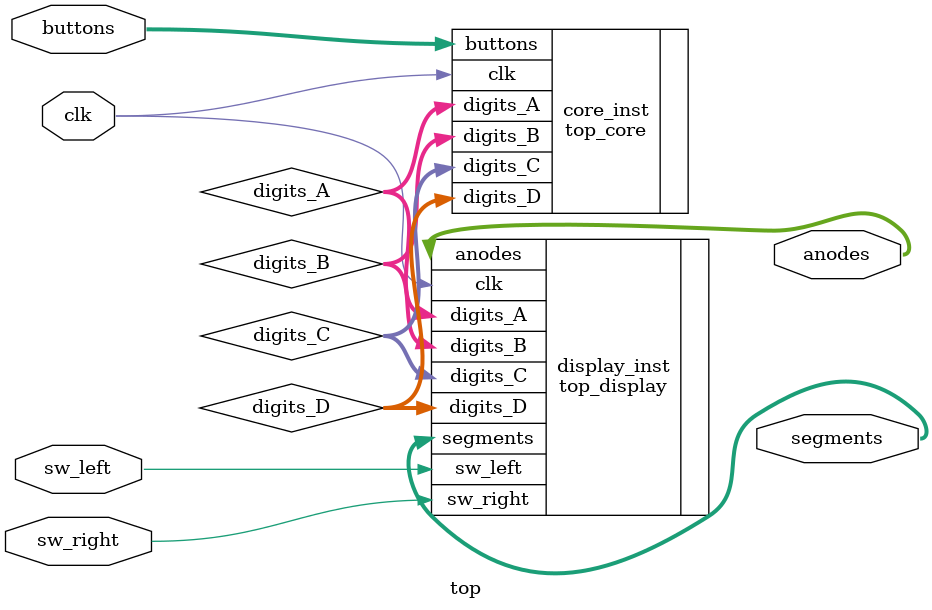
<source format=v>
module top (
    input clk,             // 100MHz System Clock
    input [2:0] buttons,   // Buttons (A, B, C)
    input sw_left,         // Mode Selection Switch (tied to TDC)
    input sw_right,        // Mode Selection Switch (tied to coincidences)
    output [6:0] segments, // 7-segment display output
    output [7:0] anodes    // 8-bit anode control
);

    wire [15:0] digits_A, digits_B, digits_C; // Counter outputs
    wire [15:0] digits_D; // TDC output

    // Core Logic (Debounce, Counters, Coincidence)
    top_core core_inst (
        .clk(clk),
        .buttons(buttons),
        .digits_A(digits_A),
        .digits_B(digits_B),
        .digits_C(digits_C),
        .digits_D(digits_D)
    );

    // Display System (Multiplexed Display)
    top_display display_inst (
        .clk(clk),
        .sw_left(sw_left),
        .sw_right(sw_right),
        .digits_A(digits_A),
        .digits_B(digits_B),
        .digits_C(digits_C),
        .digits_D(digits_D),
        .segments(segments),
        .anodes(anodes)
    );

endmodule


</source>
